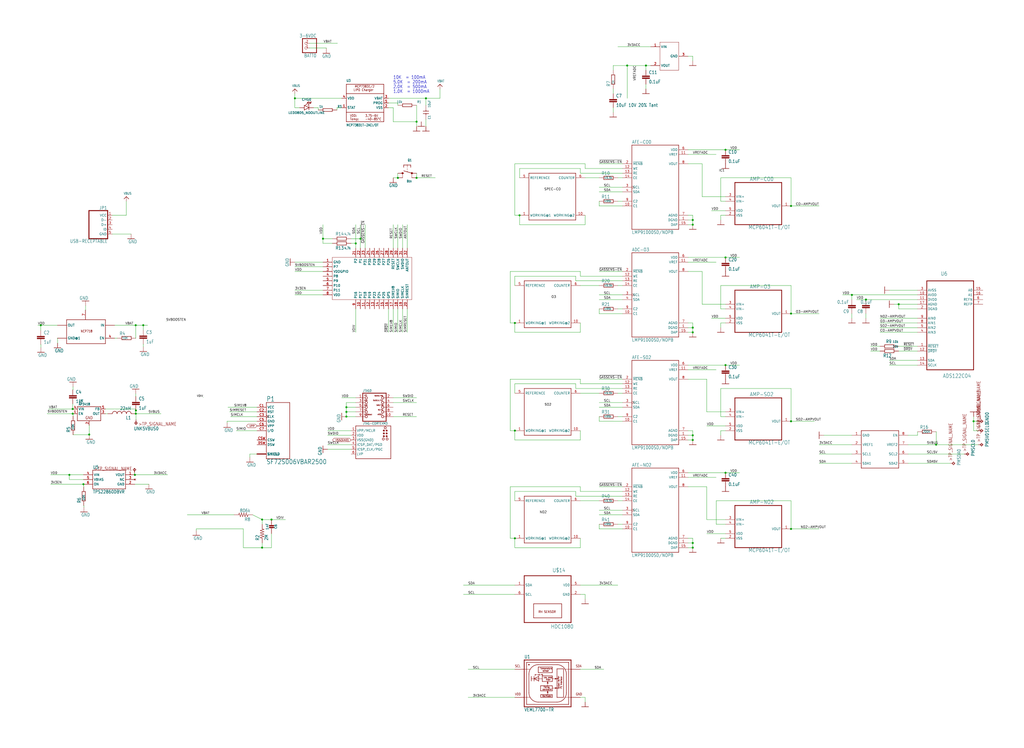
<source format=kicad_sch>
(kicad_sch (version 20211123) (generator eeschema)
  (paper "User" 555.676 406.044)
  (junction (at 393.7 256.54))
  (junction (at 142.24 281.94))
  (junction (at 375.92 121.92))
  (junction (at 350.52 35.56))
  (junction (at 375.92 297.18))
  (junction (at 187.96 223.52))
  (junction (at 77.74 176.48))
  (junction (at 48.42 235.8))
  (junction (at 73.68 224.46))
  (junction (at 187.96 226.06))
  (junction (at 22.14 176.48))
  (junction (at 281.94 116.84))
  (junction (at 39.45 221.94))
  (junction (at 160.02 53.34))
  (junction (at 195.58 129.54))
  (junction (at 528.32 228.6))
  (junction (at 147.32 281.94))
  (junction (at 393.7 198.12))
  (junction (at 487.68 165.1))
  (junction (at 429.26 228.6))
  (junction (at 193.04 132.08))
  (junction (at 469.9 162.56))
  (junction (at 39.45 224.48))
  (junction (at 375.92 119.38))
  (junction (at 73.74 222.76))
  (junction (at 187.96 220.98))
  (junction (at 226.06 96.52))
  (junction (at 375.92 238.76))
  (junction (at 340.36 35.56))
  (junction (at 73.64 176.48))
  (junction (at 215.9 96.52))
  (junction (at 393.7 139.7))
  (junction (at 375.92 180.34))
  (junction (at 375.92 236.22))
  (junction (at 279.4 292.1))
  (junction (at 375.92 294.64))
  (junction (at 429.26 111.76))
  (junction (at 429.26 170.18))
  (junction (at 508 241.3))
  (junction (at 231.14 53.34))
  (junction (at 175.26 129.54))
  (junction (at 73.2 257.68))
  (junction (at 37.64 257.68))
  (junction (at 375.92 177.8))
  (junction (at 462.28 160.02))
  (junction (at 226.06 66.04))
  (junction (at 279.4 175.26))
  (junction (at 429.26 287.02))
  (junction (at 45.26 262.76))
  (junction (at 393.7 81.28))
  (junction (at 279.4 233.68))
  (junction (at 142.24 297.18))
  (wire (pts (xy 73.62 213.68) (xy 73.62 215.14)))
  (wire (pts (xy 373.38 177.8) (xy 375.92 177.8)))
  (wire (pts (xy 160.02 58.42) (xy 160.02 53.34)))
  (wire (pts (xy 337.82 264.16) (xy 325.12 264.16)))
  (wire (pts (xy 373.38 88.9) (xy 381 88.9)))
  (wire (pts (xy 123.22 228.6) (xy 123.22 229.4)))
  (wire (pts (xy 139.46 246.38) (xy 135.62 246.38)))
  (wire (pts (xy 497.84 180.34) (xy 477.52 180.34)))
  (wire (pts (xy 226.06 57.15) (xy 226.06 66.04)))
  (wire (pts (xy 281.94 121.92) (xy 317.5 121.92)))
  (wire (pts (xy 276.86 264.16) (xy 276.86 292.1)))
  (wire (pts (xy 279.4 378.46) (xy 254 378.46)))
  (wire (pts (xy 325.12 287.02) (xy 337.82 287.02)))
  (wire (pts (xy 337.82 149.86) (xy 314.96 149.86)))
  (wire (pts (xy 73.64 183.48) (xy 73.64 176.48)))
  (wire (pts (xy 337.82 226.06) (xy 335.28 226.06)))
  (wire (pts (xy 39.54 211.54) (xy 39.62 211.54)))
  (wire (pts (xy 429.26 96.52) (xy 429.26 111.76)))
  (wire (pts (xy 508.06 234.28) (xy 508 234.28)))
  (wire (pts (xy 492.76 236.22) (xy 497.9 236.22)))
  (wire (pts (xy 497.84 160.02) (xy 462.28 160.02)))
  (wire (pts (xy 215.9 167.64) (xy 215.9 180.34)))
  (wire (pts (xy 62.22 176.48) (xy 73.64 176.48)))
  (wire (pts (xy 375.92 30.48) (xy 375.92 33.02)))
  (wire (pts (xy 393.7 81.28) (xy 401.32 81.28)))
  (wire (pts (xy 190.5 129.54) (xy 195.58 129.54)))
  (wire (pts (xy 492.76 246.38) (xy 523.24 246.38)))
  (wire (pts (xy 193.04 132.08) (xy 193.04 121.92)))
  (wire (pts (xy 279.4 266.7) (xy 279.4 271.78)))
  (wire (pts (xy 37.64 260.22) (xy 37.64 257.68)))
  (wire (pts (xy 215.9 55.88) (xy 215.9 57.15)))
  (wire (pts (xy 123.68 220.98) (xy 139.46 220.98)))
  (wire (pts (xy 373.38 180.34) (xy 375.92 180.34)))
  (wire (pts (xy 213.36 215.9) (xy 226.06 215.9)))
  (wire (pts (xy 226.06 96.52) (xy 236.22 96.52)))
  (wire (pts (xy 469.9 162.56) (xy 464.82 162.56)))
  (wire (pts (xy 337.82 147.32) (xy 325.12 147.32)))
  (wire (pts (xy 167.96 23.5) (xy 183.04 23.5)))
  (wire (pts (xy 393.7 167.64) (xy 391.16 167.64)))
  (wire (pts (xy 429.26 154.94) (xy 429.26 170.18)))
  (wire (pts (xy 48.34 230.83) (xy 48.42 230.83)))
  (wire (pts (xy 110.22 215.68) (xy 110.34 215.68)))
  (wire (pts (xy 101.6 279.4) (xy 127 279.4)))
  (wire (pts (xy 373.38 121.92) (xy 375.92 121.92)))
  (wire (pts (xy 492.76 241.3) (xy 508 241.3)))
  (wire (pts (xy 391.16 210.82) (xy 429.26 210.82)))
  (wire (pts (xy 381 88.9) (xy 381 106.68)))
  (wire (pts (xy 48.42 235.96) (xy 48.42 235.8)))
  (wire (pts (xy 373.38 139.7) (xy 393.7 139.7)))
  (wire (pts (xy 73.2 262.76) (xy 80.82 262.76)))
  (wire (pts (xy 39.45 221.94) (xy 26.54 221.94)))
  (wire (pts (xy 213.36 58.42) (xy 213.36 66.04)))
  (wire (pts (xy 22.22 186.96) (xy 22.22 188.6)))
  (wire (pts (xy 193.04 215.9) (xy 185.42 215.9)))
  (wire (pts (xy 128.22 233.68) (xy 139.46 233.68)))
  (wire (pts (xy 508 234.28) (xy 508 241.3)))
  (wire (pts (xy 137.16 279.4) (xy 142.24 281.94)))
  (wire (pts (xy 381 165.1) (xy 393.7 165.1)))
  (wire (pts (xy 281.94 91.44) (xy 281.94 96.52)))
  (wire (pts (xy 124.6 223.52) (xy 139.46 223.52)))
  (wire (pts (xy 147.32 297.18) (xy 147.32 289.56)))
  (wire (pts (xy 160.02 50.8) (xy 160.02 53.34)))
  (wire (pts (xy 337.82 93.98) (xy 314.96 93.98)))
  (wire (pts (xy 210.82 55.88) (xy 215.9 55.88)))
  (wire (pts (xy 337.82 101.6) (xy 325.12 101.6)))
  (wire (pts (xy 187.96 218.44) (xy 187.96 220.98)))
  (wire (pts (xy 135.62 246.38) (xy 135.62 248.2)))
  (wire (pts (xy 317.5 378.46) (xy 317.5 381)))
  (wire (pts (xy 373.38 205.74) (xy 383.54 205.74)))
  (wire (pts (xy 317.5 96.52) (xy 325.12 96.52)))
  (wire (pts (xy 375.92 233.68) (xy 375.92 236.22)))
  (wire (pts (xy 279.4 238.76) (xy 314.96 238.76)))
  (wire (pts (xy 68.58 116.84) (xy 68.58 109.22)))
  (wire (pts (xy 46.42 165.88) (xy 46.42 168.24)))
  (wire (pts (xy 325.12 213.36) (xy 314.96 213.36)))
  (wire (pts (xy 213.36 167.64) (xy 213.36 180.34)))
  (wire (pts (xy 429.26 210.82) (xy 429.26 228.6)))
  (wire (pts (xy 375.92 119.38) (xy 375.92 121.92)))
  (wire (pts (xy 335.28 271.78) (xy 337.82 271.78)))
  (wire (pts (xy 429.26 170.18) (xy 444.5 170.18)))
  (wire (pts (xy 373.38 233.68) (xy 375.92 233.68)))
  (wire (pts (xy 391.16 233.68) (xy 391.16 236.22)))
  (wire (pts (xy 193.04 134.62) (xy 193.04 132.08)))
  (wire (pts (xy 373.38 238.76) (xy 375.92 238.76)))
  (wire (pts (xy 125.14 226.06) (xy 139.46 226.06)))
  (wire (pts (xy 57.23 224.48) (xy 57.23 224.46)))
  (wire (pts (xy 45.44 274.36) (xy 45.56 274.36)))
  (wire (pts (xy 314.96 208.28) (xy 314.96 205.74)))
  (wire (pts (xy 45.26 260.22) (xy 37.64 260.22)))
  (wire (pts (xy 337.82 88.9) (xy 325.12 88.9)))
  (wire (pts (xy 279.4 233.68) (xy 279.4 238.76)))
  (wire (pts (xy 497.84 198.12) (xy 482.6 198.12)))
  (wire (pts (xy 325.12 228.6) (xy 337.82 228.6)))
  (wire (pts (xy 193.04 220.98) (xy 187.96 220.98)))
  (wire (pts (xy 142.24 281.94) (xy 142.24 284.48)))
  (wire (pts (xy 45.44 262.76) (xy 45.44 264.2)))
  (wire (pts (xy 210.82 167.64) (xy 210.82 180.34)))
  (wire (pts (xy 373.38 116.84) (xy 375.92 116.84)))
  (wire (pts (xy 142.24 281.94) (xy 147.32 281.94)))
  (wire (pts (xy 26.54 221.94) (xy 26.54 221.88)))
  (wire (pts (xy 388.62 142.24) (xy 373.38 142.24)))
  (wire (pts (xy 325.12 226.06) (xy 325.12 228.6)))
  (wire (pts (xy 373.38 147.32) (xy 381 147.32)))
  (wire (pts (xy 190.5 241.3) (xy 177.8 241.3)))
  (wire (pts (xy 383.54 281.94) (xy 393.7 281.94)))
  (wire (pts (xy 57.23 221.94) (xy 73.74 221.94)))
  (wire (pts (xy 381 147.32) (xy 381 165.1)))
  (wire (pts (xy 45.26 262.76) (xy 45.44 262.76)))
  (wire (pts (xy 497.84 195.58) (xy 482.6 195.58)))
  (wire (pts (xy 391.16 226.06) (xy 391.16 210.82)))
  (wire (pts (xy 391.16 116.84) (xy 393.7 116.84)))
  (wire (pts (xy 77.74 176.48) (xy 80.14 176.48)))
  (wire (pts (xy 39.45 224.48) (xy 25.74 224.48)))
  (wire (pts (xy 337.82 109.22) (xy 335.28 109.22)))
  (wire (pts (xy 350.52 45.72) (xy 350.52 48.26)))
  (wire (pts (xy 37.64 257.68) (xy 27.48 257.68)))
  (wire (pts (xy 497.84 167.64) (xy 487.68 167.64)))
  (wire (pts (xy 335.28 96.52) (xy 337.82 96.52)))
  (wire (pts (xy 281.94 116.84) (xy 281.94 121.92)))
  (wire (pts (xy 350.52 35.56) (xy 340.36 35.56)))
  (wire (pts (xy 317.5 322.58) (xy 317.5 325.12)))
  (wire (pts (xy 487.68 165.1) (xy 485.14 165.1)))
  (wire (pts (xy 187.96 226.06) (xy 193.04 226.06)))
  (wire (pts (xy 180.34 129.54) (xy 175.26 129.54)))
  (wire (pts (xy 312.42 210.82) (xy 312.42 208.28)))
  (wire (pts (xy 226.06 66.04) (xy 226.06 68.58)))
  (wire (pts (xy 337.82 220.98) (xy 325.12 220.98)))
  (wire (pts (xy 391.16 119.38) (xy 391.16 116.84)))
  (wire (pts (xy 373.38 294.64) (xy 375.92 294.64)))
  (wire (pts (xy 31.22 183.48) (xy 31.14 183.48)))
  (wire (pts (xy 213.36 96.52) (xy 215.9 96.52)))
  (wire (pts (xy 462.28 241.3) (xy 444.5 241.3)))
  (wire (pts (xy 373.38 292.1) (xy 375.92 292.1)))
  (wire (pts (xy 193.04 167.64) (xy 193.04 180.34)))
  (wire (pts (xy 210.82 58.42) (xy 213.36 58.42)))
  (wire (pts (xy 213.36 134.62) (xy 213.36 121.92)))
  (wire (pts (xy 279.4 363.22) (xy 254 363.22)))
  (wire (pts (xy 213.36 66.04) (xy 226.06 66.04)))
  (wire (pts (xy 391.16 175.26) (xy 393.7 175.26)))
  (wire (pts (xy 73.62 215.14) (xy 73.74 215.14)))
  (wire (pts (xy 508 241.3) (xy 530.86 241.3)))
  (wire (pts (xy 175.26 129.54) (xy 175.26 121.92)))
  (wire (pts (xy 314.96 317.5) (xy 335.28 317.5)))
  (wire (pts (xy 393.7 109.22) (xy 391.16 109.22)))
  (wire (pts (xy 147.32 281.94) (xy 154.94 281.94)))
  (wire (pts (xy 57.23 224.46) (xy 58.44 224.46)))
  (wire (pts (xy 391.16 177.8) (xy 391.16 175.26)))
  (wire (pts (xy 39.64 235.96) (xy 48.42 235.96)))
  (wire (pts (xy 279.4 116.84) (xy 281.94 116.84)))
  (wire (pts (xy 220.98 134.62) (xy 220.98 121.92)))
  (wire (pts (xy 182.88 59.69) (xy 182.88 58.42)))
  (wire (pts (xy 22.14 186.96) (xy 22.22 186.96)))
  (wire (pts (xy 314.96 149.86) (xy 314.96 147.32)))
  (wire (pts (xy 388.62 200.66) (xy 373.38 200.66)))
  (wire (pts (xy 429.26 111.76) (xy 444.5 111.76)))
  (wire (pts (xy 314.96 180.34) (xy 314.96 175.26)))
  (wire (pts (xy 279.4 297.18) (xy 314.96 297.18)))
  (wire (pts (xy 279.4 149.86) (xy 279.4 154.94)))
  (wire (pts (xy 48.42 230.83) (xy 48.42 235.8)))
  (wire (pts (xy 314.96 322.58) (xy 317.5 322.58)))
  (wire (pts (xy 314.96 378.46) (xy 317.5 378.46)))
  (wire (pts (xy 22.14 176.48) (xy 20.54 176.48)))
  (wire (pts (xy 462.28 246.38) (xy 444.5 246.38)))
  (wire (pts (xy 314.96 264.16) (xy 276.86 264.16)))
  (wire (pts (xy 373.38 81.28) (xy 393.7 81.28)))
  (wire (pts (xy 39.54 221.94) (xy 39.54 219.16)))
  (wire (pts (xy 388.62 284.48) (xy 393.7 284.48)))
  (wire (pts (xy 226.06 96.52) (xy 226.06 93.98)))
  (wire (pts (xy 190.5 243.84) (xy 177.8 243.84)))
  (wire (pts (xy 469.9 170.18) (xy 469.9 172.72)))
  (wire (pts (xy 325.12 167.64) (xy 325.12 170.18)))
  (wire (pts (xy 46.42 168.24) (xy 46.38 168.24)))
  (wire (pts (xy 497.84 165.1) (xy 487.68 165.1)))
  (wire (pts (xy 312.42 269.24) (xy 312.42 266.7)))
  (wire (pts (xy 393.7 226.06) (xy 391.16 226.06)))
  (wire (pts (xy 337.82 152.4) (xy 312.42 152.4)))
  (wire (pts (xy 388.62 259.08) (xy 373.38 259.08)))
  (wire (pts (xy 25.74 224.48) (xy 25.74 224.28)))
  (wire (pts (xy 332.74 38.1) (xy 332.74 35.56)))
  (wire (pts (xy 160.02 53.34) (xy 185.42 53.34)))
  (wire (pts (xy 279.4 180.34) (xy 314.96 180.34)))
  (wire (pts (xy 187.96 220.98) (xy 187.96 223.52)))
  (wire (pts (xy 231.14 57.15) (xy 231.14 53.34)))
  (wire (pts (xy 350.52 38.1) (xy 350.52 35.56)))
  (wire (pts (xy 142.24 294.64) (xy 142.24 297.18)))
  (wire (pts (xy 381 106.68) (xy 393.7 106.68)))
  (wire (pts (xy 391.16 109.22) (xy 391.16 96.52)))
  (wire (pts (xy 497.84 190.5) (xy 487.68 190.5)))
  (wire (pts (xy 375.92 175.26) (xy 375.92 177.8)))
  (wire (pts (xy 332.74 58.42) (xy 332.74 60.96)))
  (wire (pts (xy 497.9 236.22) (xy 497.9 234.28)))
  (wire (pts (xy 73 257.68) (xy 73 256.68)))
  (wire (pts (xy 325.12 111.76) (xy 337.82 111.76)))
  (wire (pts (xy 477.52 190.5) (xy 472.44 190.5)))
  (wire (pts (xy 62.22 183.48) (xy 63.56 183.48)))
  (wire (pts (xy 391.16 154.94) (xy 429.26 154.94)))
  (wire (pts (xy 337.82 284.48) (xy 335.28 284.48)))
  (wire (pts (xy 447.04 236.22) (xy 462.28 236.22)))
  (wire (pts (xy 215.9 134.62) (xy 215.9 121.92)))
  (wire (pts (xy 312.42 208.28) (xy 279.4 208.28)))
  (wire (pts (xy 77.74 186.76) (xy 77.82 186.76)))
  (wire (pts (xy 190.5 132.08) (xy 193.04 132.08)))
  (wire (pts (xy 175.26 144.78) (xy 160.02 144.78)))
  (wire (pts (xy 373.38 119.38) (xy 375.92 119.38)))
  (wire (pts (xy 373.38 236.22) (xy 375.92 236.22)))
  (wire (pts (xy 383.54 205.74) (xy 383.54 223.52)))
  (wire (pts (xy 73.68 224.46) (xy 87.34 224.46)))
  (wire (pts (xy 337.82 266.7) (xy 314.96 266.7)))
  (wire (pts (xy 106.52 287.02) (xy 106.52 287.96)))
  (wire (pts (xy 276.86 205.74) (xy 276.86 233.68)))
  (wire (pts (xy 231.14 53.34) (xy 210.82 53.34)))
  (wire (pts (xy 393.7 198.12) (xy 401.32 198.12)))
  (wire (pts (xy 180.34 132.08) (xy 175.26 132.08)))
  (wire (pts (xy 39.45 221.94) (xy 39.54 221.94)))
  (wire (pts (xy 314.96 147.32) (xy 276.86 147.32)))
  (wire (pts (xy 340.36 35.56) (xy 340.36 53.34)))
  (wire (pts (xy 183.04 23.5) (xy 183.04 23.4)))
  (wire (pts (xy 337.82 160.02) (xy 325.12 160.02)))
  (wire (pts (xy 220.98 167.64) (xy 220.98 180.34)))
  (wire (pts (xy 317.5 91.44) (xy 317.5 88.9)))
  (wire (pts (xy 388.62 83.82) (xy 373.38 83.82)))
  (wire (pts (xy 73.74 221.94) (xy 73.74 222.76)))
  (wire (pts (xy 393.7 114.3) (xy 386.08 114.3)))
  (wire (pts (xy 325.12 109.22) (xy 325.12 111.76)))
  (wire (pts (xy 393.7 231.14) (xy 383.54 231.14)))
  (wire (pts (xy 528.32 228.6) (xy 528.32 226.06)))
  (wire (pts (xy 314.96 205.74) (xy 276.86 205.74)))
  (wire (pts (xy 393.7 292.1) (xy 391.16 292.1)))
  (wire (pts (xy 530.86 228.6) (xy 528.32 228.6)))
  (wire (pts (xy 497.84 162.56) (xy 469.9 162.56)))
  (wire (pts (xy 337.82 91.44) (xy 317.5 91.44)))
  (wire (pts (xy 373.38 256.54) (xy 393.7 256.54)))
  (wire (pts (xy 45.26 257.68) (xy 37.64 257.68)))
  (wire (pts (xy 190.5 233.68) (xy 177.8 233.68)))
  (wire (pts (xy 314.96 91.44) (xy 281.94 91.44)))
  (wire (pts (xy 142.24 297.18) (xy 132.08 297.18)))
  (wire (pts (xy 90.14 174.54) (xy 90.14 174.48)))
  (wire (pts (xy 353.06 35.56) (xy 350.52 35.56)))
  (wire (pts (xy 279.4 88.9) (xy 279.4 116.84)))
  (wire (pts (xy 190.5 236.22) (xy 177.8 236.22)))
  (wire (pts (xy 373.38 198.12) (xy 393.7 198.12)))
  (wire (pts (xy 429.26 228.6) (xy 441.96 228.6)))
  (wire (pts (xy 314.96 271.78) (xy 325.12 271.78)))
  (wire (pts (xy 77.82 186.76) (xy 77.82 188.2)))
  (wire (pts (xy 73.68 224.46) (xy 73.68 222.76)))
  (wire (pts (xy 279.4 175.26) (xy 279.4 180.34)))
  (wire (pts (xy 132.08 297.18) (xy 132.08 287.02)))
  (wire (pts (xy 167.96 26.04) (xy 177.12 26.04)))
  (wire (pts (xy 325.12 170.18) (xy 337.82 170.18)))
  (wire (pts (xy 340.36 35.56) (xy 332.74 35.56)))
  (wire (pts (xy 462.28 162.56) (xy 462.28 160.02)))
  (wire (pts (xy 73.8 227.8) (xy 73.8 224.46)))
  (wire (pts (xy 375.92 236.22) (xy 375.92 238.76)))
  (wire (pts (xy 497.84 175.26) (xy 477.52 175.26)))
  (wire (pts (xy 106.52 287.02) (xy 132.08 287.02)))
  (wire (pts (xy 393.7 139.7) (xy 401.32 139.7)))
  (wire (pts (xy 198.12 134.62) (xy 198.12 121.92)))
  (wire (pts (xy 393.7 172.72) (xy 386.08 172.72)))
  (wire (pts (xy 195.58 134.62) (xy 195.58 129.54)))
  (wire (pts (xy 337.82 104.14) (xy 325.12 104.14)))
  (wire (pts (xy 187.96 223.52) (xy 187.96 226.06)))
  (wire (pts (xy 388.62 271.78) (xy 388.62 284.48)))
  (wire (pts (xy 337.82 205.74) (xy 325.12 205.74)))
  (wire (pts (xy 373.38 175.26) (xy 375.92 175.26)))
  (wire (pts (xy 60.96 127) (xy 71.12 127)))
  (wire (pts (xy 312.42 149.86) (xy 279.4 149.86)))
  (wire (pts (xy 393.7 256.54) (xy 401.32 256.54)))
  (wire (pts (xy 87.34 224.46) (xy 87.34 224.48)))
  (wire (pts (xy 497.84 172.72) (xy 477.52 172.72)))
  (wire (pts (xy 314.96 363.22) (xy 327.66 363.22)))
  (wire (pts (xy 337.82 167.64) (xy 335.28 167.64)))
  (wire (pts (xy 393.7 233.68) (xy 391.16 233.68)))
  (wire (pts (xy 337.82 210.82) (xy 312.42 210.82)))
  (wire (pts (xy 317.5 88.9) (xy 279.4 88.9)))
  (wire (pts (xy 231.14 53.34) (xy 238.76 53.34)))
  (wire (pts (xy 218.44 134.62) (xy 218.44 121.92)))
  (wire (pts (xy 314.96 297.18) (xy 314.96 292.1)))
  (wire (pts (xy 73.68 222.76) (xy 73.74 222.76)))
  (wire (pts (xy 238.76 48.26) (xy 238.76 53.34)))
  (wire (pts (xy 279.4 322.58) (xy 251.46 322.58)))
  (wire (pts (xy 337.82 218.44) (xy 325.12 218.44)))
  (wire (pts (xy 175.26 132.08) (xy 175.26 129.54)))
  (wire (pts (xy 391.16 167.64) (xy 391.16 154.94)))
  (wire (pts (xy 231.14 64.77) (xy 231.14 68.58)))
  (wire (pts (xy 213.36 226.06) (xy 226.06 226.06)))
  (wire (pts (xy 77.74 179.14) (xy 77.74 176.48)))
  (wire (pts (xy 147.32 297.18) (xy 142.24 297.18)))
  (wire (pts (xy 373.38 30.48) (xy 375.92 30.48)))
  (wire (pts (xy 335.28 154.94) (xy 337.82 154.94)))
  (wire (pts (xy 429.26 287.02) (xy 444.5 287.02)))
  (wire (pts (xy 314.96 266.7) (xy 314.96 264.16)))
  (wire (pts (xy 175.26 157.48) (xy 160.02 157.48)))
  (wire (pts (xy 337.82 162.56) (xy 325.12 162.56)))
  (wire (pts (xy 195.58 129.54) (xy 195.58 121.92)))
  (wire (pts (xy 312.42 266.7) (xy 279.4 266.7)))
  (wire (pts (xy 337.82 279.4) (xy 325.12 279.4)))
  (wire (pts (xy 353.06 25.4) (xy 335.28 25.4)))
  (wire (pts (xy 375.92 177.8) (xy 375.92 180.34)))
  (wire (pts (xy 39.62 211.54) (xy 39.62 209.88)))
  (wire (pts (xy 31.14 176.48) (xy 22.14 176.48)))
  (wire (pts (xy 314.96 93.98) (xy 314.96 91.44)))
  (wire (pts (xy 492.76 251.46) (xy 515.62 251.46)))
  (wire (pts (xy 215.9 93.98) (xy 215.9 96.52)))
  (wire (pts (xy 162.56 58.42) (xy 160.02 58.42)))
  (wire (pts (xy 375.92 294.64) (xy 375.92 297.18)))
  (wire (pts (xy 276.86 175.26) (xy 279.4 175.26)))
  (wire (pts (xy 462.28 160.02) (xy 457.2 160.02)))
  (wire (pts (xy 337.82 208.28) (xy 314.96 208.28)))
  (wire (pts (xy 73.64 176.48) (xy 77.74 176.48)))
  (wire (pts (xy 276.86 292.1) (xy 279.4 292.1)))
  (wire (pts (xy 462.28 251.46) (xy 444.5 251.46)))
  (wire (pts (xy 312.42 152.4) (xy 312.42 149.86)))
  (wire (pts (xy 279.4 317.5) (xy 251.46 317.5)))
  (wire (pts (xy 391.16 96.52) (xy 429.26 96.52)))
  (wire (pts (xy 39.64 225.8) (xy 39.64 224.48)))
  (wire (pts (xy 373.38 264.16) (xy 383.54 264.16)))
  (wire (pts (xy 193.04 223.52) (xy 187.96 223.52)))
  (wire (pts (xy 175.26 147.32) (xy 160.02 147.32)))
  (wire (pts (xy 170.18 58.42) (xy 172.72 58.42)))
  (wire (pts (xy 337.82 269.24) (xy 312.42 269.24)))
  (wire (pts (xy 279.4 292.1) (xy 279.4 297.18)))
  (wire (pts (xy 68.58 116.84) (xy 60.96 116.84)))
  (wire (pts (xy 462.28 170.18) (xy 462.28 172.72)))
  (wire (pts (xy 314.96 154.94) (xy 325.12 154.94)))
  (wire (pts (xy 383.54 264.16) (xy 383.54 281.94)))
  (wire (pts (xy 276.86 233.68) (xy 279.4 233.68)))
  (wire (pts (xy 31.22 186.2) (xy 31.22 183.48)))
  (wire (pts (xy 172.72 59.69) (xy 172.72 58.42)))
  (wire (pts (xy 383.54 223.52) (xy 393.7 223.52)))
  (wire (pts (xy 177.12 26.04) (xy 177.12 26.36)))
  (wire (pts (xy 375.92 292.1) (xy 375.92 294.64)))
  (wire (pts (xy 528.32 233.68) (xy 528.32 228.6)))
  (wire (pts (xy 175.26 142.24) (xy 160.02 142.24)))
  (wire (pts (xy 39.64 224.48) (xy 39.45 224.48)))
  (wire (pts (xy 45.56 274.36) (xy 45.56 275.26)))
  (wire (pts (xy 22.14 179.34) (xy 22.14 176.48)))
  (wire (pts (xy 317.5 121.92) (xy 317.5 116.84)))
  (wire (pts (xy 73.72 183.48) (xy 73.64 183.48)))
  (wire (pts (xy 429.26 271.78) (xy 429.26 287.02)))
  (wire (pts (xy 218.44 167.64) (xy 218.44 180.34)))
  (wire (pts (xy 139.46 228.6) (xy 123.22 228.6)))
  (wire (pts (xy 325.12 284.48) (xy 325.12 287.02)))
  (wire (pts (xy 182.88 58.42) (xy 185.42 58.42)))
  (wire (pts (xy 497.84 187.96) (xy 487.68 187.96)))
  (wire (pts (xy 373.38 297.18) (xy 375.92 297.18)))
  (wire (pts (xy 73.2 257.68) (xy 73 257.68)))
  (wire (pts (xy 332.74 50.8) (xy 332.74 48.26)))
  (wire (pts (xy 27.48 262.76) (xy 45.26 262.76)))
  (wire (pts (xy 477.52 187.96) (xy 472.44 187.96)))
  (wire (pts (xy 193.04 218.44) (xy 187.96 218.44)))
  (wire (pts (xy 73.2 257.68) (xy 90.98 257.68)))
  (wire (pts (xy 497.84 177.8) (xy 477.52 177.8)))
  (wire (pts (xy 314.96 238.76) (xy 314.96 233.68)))
  (wire (pts (xy 497.84 157.48) (xy 482.6 157.48)))
  (wire (pts (xy 279.4 208.28) (xy 279.4 213.36)))
  (wire (pts (xy 337.82 276.86) (xy 325.12 276.86)))
  (wire (pts (xy 393.7 289.56) (xy 383.54 289.56)))
  (wire (pts (xy 530.86 233.68) (xy 528.32 233.68)))
  (wire (pts (xy 276.86 147.32) (xy 276.86 175.26)))
  (wire (pts (xy 375.92 116.84) (xy 375.92 119.38)))
  (wire (pts (xy 175.26 160.02) (xy 160.02 160.02)))
  (wire (pts (xy 335.28 213.36) (xy 337.82 213.36)))
  (wire (pts (xy 487.68 167.64) (xy 487.68 165.1)))
  (wire (pts (xy 388.62 271.78) (xy 429.26 271.78)))
  (wire (pts (xy 213.36 218.44) (xy 226.06 218.44)))
  (text "10K  = 100mA" (at 213.36 43.18 180) (effects (font (size 1.778 1.5113)) (justify left bottom)))
  (text "2.0K  = 500mA" (at 213.36 48.26 180) (effects (font (size 1.778 1.5113)) (justify left bottom)))
  (text "5.0K  = 200mA" (at 213.36 45.72 180) (effects (font (size 1.778 1.5113)) (justify left bottom)))
  (text "1.0K  = 1000mA" (at 213.36 50.8 180) (effects (font (size 1.778 1.5113)) (justify left bottom)))
  (label "5VBOOSTEN" (at 160.02 144.78 0) (effects (font (size 1.2446 1.2446))))
  (label "SO2-AMPVOUT" (at 477.52 177.8 0) (effects (font (size 1.2446 1.2446))))
  (label "VDD" (at 20.54 176.48 0) (effects (font (size 1.2446 1.2446))))
  (label "~{DRDY}" (at 490.22 190.5 0) (effects (font (size 1.2446 1.2446))))
  (label "VDD" (at 396.24 139.7 0) (effects (font (size 1.2446 1.2446))))
  (label "3V3ACC" (at 444.5 241.3 0) (effects (font (size 1.2446 1.2446))))
  (label "~{RESET}" (at 490.22 187.96 0) (effects (font (size 1.2446 1.2446))))
  (label "VREFADC" (at 375.92 83.82 0) (effects (font (size 1.2446 1.2446))))
  (label "VDD" (at 472.44 190.5 0) (effects (font (size 1.2446 1.2446))))
  (label "O3" (at 301.84 162.08 180) (effects (font (size 1.2446 1.2446))))
  (label "SDA" (at 327.66 104.14 0) (effects (font (size 1.2446 1.2446))))
  (label "SDA" (at 444.5 251.46 0) (effects (font (size 1.2446 1.2446))))
  (label "VDD" (at 386.08 172.72 0) (effects (font (size 1.2446 1.2446))))
  (label "~{GASSENS-EN}" (at 325.12 205.74 0) (effects (font (size 1.2446 1.2446))))
  (label "3V3ACC" (at 325.12 317.5 0) (effects (font (size 1.2446 1.2446))))
  (label "NO2-AMPVOUT" (at 477.52 172.72 0) (effects (font (size 1.2446 1.2446))))
  (label "O3-AMPVOUT" (at 477.52 175.26 0) (effects (font (size 1.2446 1.2446))))
  (label "VDD" (at 396.24 256.54 0) (effects (font (size 1.2446 1.2446))))
  (label "SCL" (at 254 322.58 0) (effects (font (size 1.2446 1.2446))))
  (label "SDA" (at 482.6 195.58 0) (effects (font (size 1.2446 1.2446))))
  (label "SWCLK" (at 218.44 218.44 0) (effects (font (size 1.2446 1.2446))))
  (label "SO2-AMPVOUT" (at 431.8 228.6 0) (effects (font (size 1.2446 1.2446))))
  (label "SIMRESET" (at 124.6 223.52 0) (effects (font (size 1.2446 1.2446))))
  (label "SCL" (at 327.66 101.6 0) (effects (font (size 1.2446 1.2446))))
  (label "SPEC-CO" (at 304.38 103.66 180) (effects (font (size 1.2446 1.2446))))
  (label "CO-AMPVOUT" (at 431.8 111.76 0) (effects (font (size 1.2446 1.2446))))
  (label "SDA" (at 254 317.5 0) (effects (font (size 1.2446 1.2446))))
  (label "VDD" (at 160.02 160.02 0) (effects (font (size 1.2446 1.2446))))
  (label "RESET" (at 213.36 129.54 90) (effects (font (size 1.2446 1.2446))))
  (label "ANTOUT" (at 220.98 129.54 90) (effects (font (size 1.2446 1.2446))))
  (label "VDD" (at 383.54 231.14 0) (effects (font (size 1.2446 1.2446))))
  (label "SCL" (at 327.66 276.86 0) (effects (font (size 1.2446 1.2446))))
  (label "SCL5V" (at 502.92 246.38 0) (effects (font (size 1.2446 1.2446))))
  (label "VDD" (at 386.08 114.3 0) (effects (font (size 1.2446 1.2446))))
  (label "SCL" (at 256.54 363.22 0) (effects (font (size 1.2446 1.2446))))
  (label "RESET" (at 228.6 96.52 0) (effects (font (size 1.2446 1.2446))))
  (label "NO2" (at 296.76 278.92 180) (effects (font (size 1.2446 1.2446))))
  (label "VDIV" (at 149.86 281.94 0) (effects (font (size 1.2446 1.2446))))
  (label "VBAT" (at 67.93 176.48 0) (effects (font (size 1.2446 1.2446))))
  (label "VREFADC" (at 375.92 200.66 0) (effects (font (size 1.2446 1.2446))))
  (label "VBAT" (at 175.5 23.5 0) (effects (font (size 1.2446 1.2446))))
  (label "SDA5V" (at 502.92 251.46 0) (effects (font (size 1.2446 1.2446))))
  (label "~{DRDY}" (at 210.82 180.34 90) (effects (font (size 1.2446 1.2446))))
  (label "VDD" (at 396.24 198.12 0) (effects (font (size 1.2446 1.2446))))
  (label "SO2" (at 299.3 220.5 180) (effects (font (size 1.2446 1.2446))))
  (label "5VBOOSTEN" (at 25.74 224.28 0) (effects (font (size 1.2446 1.2446))))
  (label "RESET" (at 218.44 226.06 0) (effects (font (size 1.2446 1.2446))))
  (label "SWCLK" (at 215.9 129.54 90) (effects (font (size 1.2446 1.2446))))
  (label "3V3ACC" (at 340.36 25.4 0) (effects (font (size 1.2446 1.2446))))
  (label "5VBUS" (at 80.51 224.46 0) (effects (font (size 1.2446 1.2446))))
  (label "3V3ACC" (at 256.54 378.46 0) (effects (font (size 1.2446 1.2446))))
  (label "VREFADC" (at 345.44 35.56 270) (effects (font (size 1.2446 1.2446))))
  (label "VDD" (at 457.2 160.02 0) (effects (font (size 1.2446 1.2446))))
  (label "SCL" (at 327.66 218.44 0) (effects (font (size 1.2446 1.2446))))
  (label "3V3EN" (at 27.48 262.76 0) (effects (font (size 1.2446 1.2446))))
  (label "VDD" (at 396.24 81.28 0) (effects (font (size 1.2446 1.2446))))
  (label "VDD" (at 383.54 289.56 0) (effects (font (size 1.2446 1.2446))))
  (label "VBAT" (at 109.22 279.4 0) (effects (font (size 1.2446 1.2446))))
  (label "VDD" (at 27.48 257.68 0) (effects (font (size 1.2446 1.2446))))
  (label "SDA" (at 327.66 162.56 0) (effects (font (size 1.2446 1.2446))))
  (label "O3-AMPVOUT" (at 431.8 170.18 0) (effects (font (size 1.2446 1.2446))))
  (label "SDA" (at 327.66 279.4 0) (effects (font (size 1.2446 1.2446))))
  (label "3V3ACC" (at 83.36 257.68 0) (effects (font (size 1.2446 1.2446))))
  (label "VDD" (at 472.44 187.96 0) (effects (font (size 1.2446 1.2446))))
  (label "IC1" (at 393.28 93.5 180) (effects (font (size 1.2446 1.2446))))
  (label "SIM1V8" (at 213.36 180.34 90) (effects (font (size 1.2446 1.2446))))
  (label "SWDIO" (at 177.8 236.22 0) (effects (font (size 1.2446 1.2446))))
  (label "~{GASSENS-EN}" (at 198.12 132.08 90) (effects (font (size 1.2446 1.2446))))
  (label "VREFADC" (at 375.92 142.24 0) (effects (font (size 1.2446 1.2446))))
  (label "5VBOOSTEN" (at 90.14 174.48 0) (effects (font (size 1.2446 1.2446))))
  (label "VDIV" (at 110.22 215.68 180) (effects (font (size 1.016 1.016))))
  (label "SCL" (at 195.58 127 90) (effects (font (size 1.2446 1.2446))))
  (label "SCL" (at 444.5 246.38 0) (effects (font (size 1.2446 1.2446))))
  (label "SDA" (at 327.66 220.98 0) (effects (font (size 1.2446 1.2446))))
  (label "SCL" (at 482.6 198.12 0) (effects (font (size 1.2446 1.2446))))
  (label "VDD" (at 464.82 162.56 0) (effects (font (size 1.2446 1.2446))))
  (label "SIM1V8" (at 127 220.98 0) (effects (font (size 1.2446 1.2446))))
  (label "~{GASSENS-EN}" (at 325.12 147.32 0) (effects (font (size 1.2446 1.2446))))
  (label "3V3EN" (at 160.02 157.48 0) (effects (font (size 1.2446 1.2446))))
  (label "SIMCLK" (at 125.14 226.06 0) (effects (font (size 1.2446 1.2446))))
  (label "SDA" (at 322.58 363.22 0) (effects (font (size 1.2446 1.2446))))
  (label "CO-AMPVOUT" (at 477.52 180.34 0) (effects (font (size 1.2446 1.2446))))
  (label "SWDIO" (at 218.44 129.54 90) (effects (font (size 1.2446 1.2446))))
  (label "VDD" (at 175.26 127 90) (effects (font (size 1.2446 1.2446))))
  (label "NO2-AMPVOUT" (at 434.34 287.02 0) (effects (font (size 1.2446 1.2446))))
  (label "VDD" (at 160.02 147.32 0) (effects (font (size 1.2446 1.2446))))
  (label "5VBUS" (at 502.92 241.3 0) (effects (font (size 1.2446 1.2446))))
  (label "SWCLK" (at 177.8 241.3 0) (effects (font (size 1.2446 1.2446))))
  (label "SIMIO" (at 128.22 233.68 0) (effects (font (size 1.2446 1.2446))))
  (label "SIMIO" (at 215.9 180.34 90) (effects (font (size 1.2446 1.2446))))
  (label "SIMCLK" (at 218.44 180.34 90) (effects (font (size 1.2446 1.2446))))
  (label "SWDIO" (at 218.44 215.9 0) (effects (font (size 1.2446 1.2446))))
  (label "VREFADC" (at 375.92 259.08 0) (effects (font (size 1.2446 1.2446))))
  (label "VDIV" (at 193.04 180.34 90) (effects (font (size 1.2446 1.2446))))
  (label "SIMRESET" (at 220.98 180.34 90) (effects (font (size 1.2446 1.2446))))
  (label "VDD" (at 185.42 215.9 0) (effects (font (size 1.2446 1.2446))))
  (label "SCL" (at 327.66 160.02 0) (effects (font (size 1.2446 1.2446))))
  (label "SDA" (at 193.04 127 90) (effects (font (size 1.2446 1.2446))))
  (label "VDD" (at 177.8 233.68 0) (effects (font (size 1.2446 1.2446))))
  (label "~{GASSENS-EN}" (at 325.12 88.9 0) (effects (font (size 1.2446 1.2446))))
  (label "VBAT" (at 26.54 221.94 0) (effects (font (size 1.2446 1.2446))))
  (label "~{GASSENS-EN}" (at 325.12 264.16 0) (effects (font (size 1.2446 1.2446))))
  (global_label "VSS(GND)" (shape bidirectional) (at 190.5 238.76 180) (effects (font (size 1.016 1.016))) (property "Intersheet References" "${INTERSHEET_REFS}" (effects hide)))
  (global_label "VPP" (shape bidirectional) (at 139.46 231.14 180) (effects (font (size 1.016 1.016))) (property "Intersheet References" "${INTERSHEET_REFS}" (effects hide)))
  (symbol (lib_id "EcobitNRF9160 EV3-eagle-import:CAPACITOR_0603_N") (at 393.7 200.66 0) (unit 1)
    (property "Reference" "C30" (at 395.224 200.279 0) (effects (font (size 1.778 1.5113)) (justify left bottom)))
    (property "Value" "0.1uF" (at 395.224 205.359 0) (effects (font (size 1.778 1.5113)) (justify left bottom)))
    (property "Footprint" "EcobitNRF9160 EV3:RESC0603_N" (effects hide))
  )
  (symbol (lib_id "EcobitNRF9160 EV3-eagle-import:NRF9160MODULE") (at 203.2 152.4 0) (unit 1)
    (property "Reference" "U$35" (effects hide))
    (property "Value" "NRF9160MODULE" (effects hide))
    (property "Footprint" "EcobitNRF9160 EV3:NRF9160CASTALLATEDMODULE" (effects hide))
  )
  (symbol (lib_id "EcobitNRF9160 EV3-eagle-import:GND") (at 175.26 243.84 270) (unit 1)
    (property "Reference" "#GND8" (effects hide))
    (property "Value" "GND" (at 172.72 242.316 0) (effects (font (size 1.778 1.5113)) (justify left bottom)))
    (property "Footprint" "EcobitNRF9160 EV3:" (effects hide))
  )
  (symbol (lib_id "EcobitNRF9160 EV3-eagle-import:LMP91000SD{slash}NOPB") (at 355.6 218.44 0) (unit 1)
    (property "Reference" "AFE-SO2" (at 342.8758 194.9002 0) (effects (font (size 1.7813 1.5141)) (justify left bottom)))
    (property "Value" "LMP91000SD{slash}NOPB" (at 342.8946 243.8508 0) (effects (font (size 1.7787 1.5118)) (justify left bottom)))
    (property "Footprint" "EcobitNRF9160 EV3:SON50P400X400X80-15N" (effects hide))
  )
  (symbol (lib_id "EcobitNRF9160 EV3-eagle-import:RESISTOR_0603_N") (at 482.6 190.5 180) (unit 1)
    (property "Reference" "R12" (at 483.87 191.9986 0) (effects (font (size 1.778 1.5113)) (justify left bottom)))
    (property "Value" "10k" (at 487.553 187.325 0) (effects (font (size 1.27 1.0795)) (justify left bottom)))
    (property "Footprint" "EcobitNRF9160 EV3:RESC0603_N" (effects hide))
  )
  (symbol (lib_id "EcobitNRF9160 EV3-eagle-import:GND") (at 375.92 35.56 0) (unit 1)
    (property "Reference" "#U$20" (effects hide))
    (property "Value" "GND" (effects hide))
    (property "Footprint" "EcobitNRF9160 EV3:" (effects hide))
  )
  (symbol (lib_id "EcobitNRF9160 EV3-eagle-import:RESR0402") (at 220.98 57.15 180) (unit 1)
    (property "Reference" "R1" (at 228.6 54.61 0) (effects (font (size 1.27 1.0795)) (justify left bottom)))
    (property "Value" "10k" (at 218.44 54.61 0) (effects (font (size 1.27 1.0795)) (justify left bottom)))
    (property "Footprint" "EcobitNRF9160 EV3:R0402" (effects hide))
  )
  (symbol (lib_id "EcobitNRF9160 EV3-eagle-import:SPECSENSOR") (at 297.18 281.94 0) (unit 1)
    (property "Reference" "SENS-NO2" (effects hide))
    (property "Value" "SPECSENSOR" (effects hide))
    (property "Footprint" "EcobitNRF9160 EV3:SPECSENSOR" (effects hide))
  )
  (symbol (lib_id "EcobitNRF9160 EV3-eagle-import:VBUS") (at 160.02 48.26 0) (unit 1)
    (property "Reference" "#U$38" (effects hide))
    (property "Value" "VBUS" (at 158.496 47.244 0) (effects (font (size 1.27 1.0795)) (justify left bottom)))
    (property "Footprint" "EcobitNRF9160 EV3:" (effects hide))
  )
  (symbol (lib_id "EcobitNRF9160 EV3-eagle-import:RESISTOR_0402_N") (at 39.64 230.88 90) (unit 1)
    (property "Reference" "R5" (at 38.1414 234.69 0) (effects (font (size 1.778 1.5113)) (justify left bottom)))
    (property "Value" "10K" (at 40.275 233.293 0) (effects (font (size 1.27 1.0795)) (justify left bottom)))
    (property "Footprint" "EcobitNRF9160 EV3:RESC0402_N" (effects hide))
  )
  (symbol (lib_id "EcobitNRF9160 EV3-eagle-import:ISL60002DIH320Z-TK") (at 363.22 30.48 0) (unit 1)
    (property "Reference" "IC1" (effects hide))
    (property "Value" "ISL60002DIH320Z-TK" (effects hide))
    (property "Footprint" "EcobitNRF9160 EV3:SOT-23-3" (effects hide))
  )
  (symbol (lib_id "EcobitNRF9160 EV3-eagle-import:GND") (at 71.12 129.54 0) (unit 1)
    (property "Reference" "#U$19" (effects hide))
    (property "Value" "GND" (at 69.596 132.08 0) (effects (font (size 1.778 1.5113)) (justify left bottom)))
    (property "Footprint" "EcobitNRF9160 EV3:" (effects hide))
  )
  (symbol (lib_id "EcobitNRF9160 EV3-eagle-import:R-US_R0603") (at 132.08 279.4 180) (unit 1)
    (property "Reference" "R8" (at 135.89 280.8986 0) (effects (font (size 1.778 1.5113)) (justify left bottom)))
    (property "Value" "806k" (at 135.89 276.098 0) (effects (font (size 1.778 1.5113)) (justify left bottom)))
    (property "Footprint" "EcobitNRF9160 EV3:R0603" (effects hide))
  )
  (symbol (lib_id "EcobitNRF9160 EV3-eagle-import:SPECSENSOR") (at 297.18 223.52 0) (unit 1)
    (property "Reference" "SENS-SO2" (effects hide))
    (property "Value" "SPECSENSOR" (effects hide))
    (property "Footprint" "EcobitNRF9160 EV3:SPECSENSOR" (effects hide))
  )
  (symbol (lib_id "EcobitNRF9160 EV3-eagle-import:TPTP15R") (at 73 254.14 0) (mirror y) (unit 1)
    (property "Reference" "UNK5VBUS1" (effects hide))
    (property "Value" "TPTP15R" (effects hide))
    (property "Footprint" "EcobitNRF9160 EV3:TP15R" (effects hide))
  )
  (symbol (lib_id "EcobitNRF9160 EV3-eagle-import:LMP91000SD{slash}NOPB") (at 355.6 101.6 0) (unit 1)
    (property "Reference" "AFE-CO0" (at 342.8758 78.0602 0) (effects (font (size 1.7813 1.5141)) (justify left bottom)))
    (property "Value" "LMP91000SD{slash}NOPB" (at 342.8946 127.0108 0) (effects (font (size 1.7787 1.5118)) (justify left bottom)))
    (property "Footprint" "EcobitNRF9160 EV3:SON50P400X400X80-15N" (effects hide))
  )
  (symbol (lib_id "EcobitNRF9160 EV3-eagle-import:GND") (at 375.92 182.88 0) (unit 1)
    (property "Reference" "#U$24" (effects hide))
    (property "Value" "GND" (effects hide))
    (property "Footprint" "EcobitNRF9160 EV3:" (effects hide))
  )
  (symbol (lib_id "EcobitNRF9160 EV3-eagle-import:CAPACITOR_0402_N") (at 77.74 181.68 0) (unit 1)
    (property "Reference" "C3" (at 79.264 181.299 0) (effects (font (size 1.778 1.5113)) (justify left bottom)))
    (property "Value" "1uF" (at 79.264 186.379 0) (effects (font (size 1.778 1.5113)) (justify left bottom)))
    (property "Footprint" "EcobitNRF9160 EV3:RESC0402_N" (effects hide))
  )
  (symbol (lib_id "EcobitNRF9160 EV3-eagle-import:GND") (at 80.82 265.3 0) (unit 1)
    (property "Reference" "#U$1" (effects hide))
    (property "Value" "GND" (at 79.296 267.84 0) (effects (font (size 1.778 1.5113)) (justify left bottom)))
    (property "Footprint" "EcobitNRF9160 EV3:" (effects hide))
  )
  (symbol (lib_id "EcobitNRF9160 EV3-eagle-import:SF72S006VBAR2500") (at 144.54 233.68 0) (unit 1)
    (property "Reference" "P1" (at 144.54 217.8947 0) (effects (font (size 2.546 2.1641)) (justify left bottom)))
    (property "Value" "SF72S006VBAR2500" (at 144.54 251.9779 0) (effects (font (size 2.5413 2.1601)) (justify left bottom)))
    (property "Footprint" "EcobitNRF9160 EV3:JAE_SF72S006VBAR2500" (effects hide))
  )
  (symbol (lib_id "EcobitNRF9160 EV3-eagle-import:GND") (at 528.32 223.52 180) (unit 1)
    (property "Reference" "#U$31" (effects hide))
    (property "Value" "GND" (effects hide))
    (property "Footprint" "EcobitNRF9160 EV3:" (effects hide))
  )
  (symbol (lib_id "EcobitNRF9160 EV3-eagle-import:JTAG-CORTEXM3") (at 203.2 226.06 0) (unit 1)
    (property "Reference" "JTAG0" (at 196.85 212.725 0) (effects (font (size 1.27 1.0795)) (justify left bottom)))
    (property "Value" "JTAG-CORTEXM3" (at 196.85 230.505 0) (effects (font (size 1.27 1.0795)) (justify left bottom)))
    (property "Footprint" "EcobitNRF9160 EV3:2X05_1.27MM_SMT" (effects hide))
  )
  (symbol (lib_id "EcobitNRF9160 EV3-eagle-import:GND") (at 39.62 207.34 180) (unit 1)
    (property "Reference" "#U$8" (effects hide))
    (property "Value" "GND" (at 41.144 204.8 0) (effects (font (size 1.778 1.5113)) (justify left bottom)))
    (property "Footprint" "EcobitNRF9160 EV3:" (effects hide))
  )
  (symbol (lib_id "EcobitNRF9160 EV3-eagle-import:RESISTOR_0402_N") (at 502.98 234.28 0) (unit 1)
    (property "Reference" "R16" (at 499.17 232.7814 0) (effects (font (size 1.778 1.5113)) (justify left bottom)))
    (property "Value" "200K" (at 500.567 234.915 0) (effects (font (size 1.27 1.0795)) (justify left bottom)))
    (property "Footprint" "EcobitNRF9160 EV3:RESC0402_N" (effects hide))
  )
  (symbol (lib_id "EcobitNRF9160 EV3-eagle-import:GND") (at 177.12 28.9 0) (mirror y) (unit 1)
    (property "Reference" "#GND2" (effects hide))
    (property "Value" "GND" (at 179.66 31.44 0) (effects (font (size 1.778 1.5113)) (justify left bottom)))
    (property "Footprint" "EcobitNRF9160 EV3:" (effects hide))
  )
  (symbol (lib_id "EcobitNRF9160 EV3-eagle-import:RESISTOR_0603_N") (at 332.74 43.18 90) (unit 1)
    (property "Reference" "R7" (at 331.2414 46.99 0) (effects (font (size 1.778 1.5113)) (justify left bottom)))
    (property "Value" "1k" (at 333.375 45.593 0) (effects (font (size 1.27 1.0795)) (justify left bottom)))
    (property "Footprint" "EcobitNRF9160 EV3:RESC0603_N" (effects hide))
  )
  (symbol (lib_id "EcobitNRF9160 EV3-eagle-import:RESISTOR_0603_N") (at 482.6 187.96 180) (unit 1)
    (property "Reference" "R9" (at 483.87 184.3786 0) (effects (font (size 1.778 1.5113)) (justify left bottom)))
    (property "Value" "10k" (at 487.553 184.785 0) (effects (font (size 1.27 1.0795)) (justify left bottom)))
    (property "Footprint" "EcobitNRF9160 EV3:RESC0603_N" (effects hide))
  )
  (symbol (lib_id "EcobitNRF9160 EV3-eagle-import:HDC1080") (at 297.18 327.66 0) (unit 1)
    (property "Reference" "U$14" (at 299.72 310.5912 0) (effects (font (size 2.0828 1.7703)) (justify left bottom)))
    (property "Value" "HDC1080" (at 298.8818 341.1474 0) (effects (font (size 2.0828 1.7703)) (justify left bottom)))
    (property "Footprint" "EcobitNRF9160 EV3:TI-S-PWSON-N6" (effects hide))
  )
  (symbol (lib_id "EcobitNRF9160 EV3-eagle-import:CAPACITOR_0603_N") (at 393.7 259.08 0) (unit 1)
    (property "Reference" "C40" (at 395.224 258.699 0) (effects (font (size 1.778 1.5113)) (justify left bottom)))
    (property "Value" "0.1uF" (at 395.224 263.779 0) (effects (font (size 1.778 1.5113)) (justify left bottom)))
    (property "Footprint" "EcobitNRF9160 EV3:RESC0603_N" (effects hide))
  )
  (symbol (lib_id "EcobitNRF9160 EV3-eagle-import:VBUS") (at 68.58 106.68 0) (unit 1)
    (property "Reference" "#U$18" (effects hide))
    (property "Value" "VBUS" (at 67.056 105.664 0) (effects (font (size 1.27 1.0795)) (justify left bottom)))
    (property "Footprint" "EcobitNRF9160 EV3:" (effects hide))
  )
  (symbol (lib_id "EcobitNRF9160 EV3-eagle-import:GND") (at 157.48 142.24 270) (mirror x) (unit 1)
    (property "Reference" "#GND3" (effects hide))
    (property "Value" "GND" (at 154.94 144.78 0) (effects (font (size 1.778 1.5113)) (justify left bottom)))
    (property "Footprint" "EcobitNRF9160 EV3:" (effects hide))
  )
  (symbol (lib_id "EcobitNRF9160 EV3-eagle-import:TPTP15R") (at 73.8 230.34 0) (mirror x) (unit 1)
    (property "Reference" "UNK5VBUS0" (at 72.53 231.61 0) (effects (font (size 1.778 1.5113)) (justify left bottom)))
    (property "Value" "TPTP15R" (effects hide))
    (property "Footprint" "EcobitNRF9160 EV3:TP15R" (effects hide))
  )
  (symbol (lib_id "EcobitNRF9160 EV3-eagle-import:CAPACITOR_0402_N") (at 39.54 214.08 0) (unit 1)
    (property "Reference" "C4" (at 41.064 213.699 0) (effects (font (size 1.778 1.5113)) (justify left bottom)))
    (property "Value" "1uF" (at 41.064 218.779 0) (effects (font (size 1.778 1.5113)) (justify left bottom)))
    (property "Footprint" "EcobitNRF9160 EV3:RESC0402_N" (effects hide))
  )
  (symbol (lib_id "EcobitNRF9160 EV3-eagle-import:USB-RECEPTABLE") (at 53.34 121.92 0) (mirror y) (unit 1)
    (property "Reference" "JP1" (at 58.166 113.792 0) (effects (font (size 1.778 1.5113)) (justify left bottom)))
    (property "Value" "USB-RECEPTABLE" (at 58.42 131.826 0) (effects (font (size 1.778 1.5113)) (justify left bottom)))
    (property "Footprint" "EcobitNRF9160 EV3:FCI-10103594-0001LF" (effects hide))
  )
  (symbol (lib_id "EcobitNRF9160 EV3-eagle-import:MCP73831{slash}2") (at 198.12 55.88 0) (unit 1)
    (property "Reference" "U3" (at 187.96 44.45 0) (effects (font (size 1.27 1.0795)) (justify left bottom)))
    (property "Value" "MCP73831T-2ACI/OT" (at 187.96 68.58 0) (effects (font (size 1.27 1.0795)) (justify left bottom)))
    (property "Footprint" "EcobitNRF9160 EV3:SOT23-5" (effects hide))
  )
  (symbol (lib_id "EcobitNRF9160 EV3-eagle-import:RESISTOR_0402_N") (at 45.44 269.28 90) (unit 1)
    (property "Reference" "R6" (at 43.9414 273.09 0) (effects (font (size 1.778 1.5113)) (justify left bottom)))
    (property "Value" "10K" (at 46.075 271.693 0) (effects (font (size 1.27 1.0795)) (justify left bottom)))
    (property "Footprint" "EcobitNRF9160 EV3:RESC0402_N" (effects hide))
  )
  (symbol (lib_id "EcobitNRF9160 EV3-eagle-import:LMP91000SD{slash}NOPB") (at 355.6 276.86 0) (unit 1)
    (property "Reference" "AFE-NO2" (at 342.8758 253.3202 0) (effects (font (size 1.7813 1.5141)) (justify left bottom)))
    (property "Value" "LMP91000SD{slash}NOPB" (at 342.8946 302.2708 0) (effects (font (size 1.7787 1.5118)) (justify left bottom)))
    (property "Footprint" "EcobitNRF9160 EV3:SON50P400X400X80-15N" (effects hide))
  )
  (symbol (lib_id "EcobitNRF9160 EV3-eagle-import:GND") (at 46.42 163.34 180) (unit 1)
    (property "Reference" "#U$2" (effects hide))
    (property "Value" "GND" (at 47.944 160.8 0) (effects (font (size 1.778 1.5113)) (justify left bottom)))
    (property "Footprint" "EcobitNRF9160 EV3:" (effects hide))
  )
  (symbol (lib_id "EcobitNRF9160 EV3-eagle-import:R-US_R0603") (at 142.24 289.56 90) (unit 1)
    (property "Reference" "R2" (at 140.7414 293.37 0) (effects (font (size 1.778 1.5113)) (justify left bottom)))
    (property "Value" "2M" (at 145.542 293.37 0) (effects (font (size 1.778 1.5113)) (justify left bottom)))
    (property "Footprint" "EcobitNRF9160 EV3:R0603" (effects hide))
  )
  (symbol (lib_id "EcobitNRF9160 EV3-eagle-import:TPTP15R") (at 518.16 251.46 270) (mirror x) (unit 1)
    (property "Reference" "PMSDA0" (at 519.43 252.73 0) (effects (font (size 1.778 1.5113)) (justify left bottom)))
    (property "Value" "TPTP15R" (effects hide))
    (property "Footprint" "EcobitNRF9160 EV3:TP15R" (effects hide))
  )
  (symbol (lib_id "EcobitNRF9160 EV3-eagle-import:CAPACITOR_0603_N") (at 393.7 83.82 0) (unit 1)
    (property "Reference" "C10" (at 395.224 83.439 0) (effects (font (size 1.778 1.5113)) (justify left bottom)))
    (property "Value" "0.1uF" (at 395.224 88.519 0) (effects (font (size 1.778 1.5113)) (justify left bottom)))
    (property "Footprint" "EcobitNRF9160 EV3:RESC0603_N" (effects hide))
  )
  (symbol (lib_id "EcobitNRF9160 EV3-eagle-import:RESISTOR_0603_N") (at 330.2 96.52 0) (unit 1)
    (property "Reference" "R10" (at 326.39 95.0214 0) (effects (font (size 1.778 1.5113)) (justify left bottom)))
    (property "Value" "49.9k" (at 327.787 97.155 0) (effects (font (size 1.27 1.0795)) (justify left bottom)))
    (property "Footprint" "EcobitNRF9160 EV3:RESC0603_N" (effects hide))
  )
  (symbol (lib_id "EcobitNRF9160 EV3-eagle-import:GND") (at 462.28 175.26 0) (unit 1)
    (property "Reference" "#U$42" (effects hide))
    (property "Value" "GND" (effects hide))
    (property "Footprint" "EcobitNRF9160 EV3:" (effects hide))
  )
  (symbol (lib_id "EcobitNRF9160 EV3-eagle-import:RESISTOR_0603_N") (at 330.2 271.78 0) (unit 1)
    (property "Reference" "R40" (at 326.39 270.2814 0) (effects (font (size 1.778 1.5113)) (justify left bottom)))
    (property "Value" "49.9k" (at 327.787 272.415 0) (effects (font (size 1.27 1.0795)) (justify left bottom)))
    (property "Footprint" "EcobitNRF9160 EV3:RESC0603_N" (effects hide))
  )
  (symbol (lib_id "EcobitNRF9160 EV3-eagle-import:GND") (at 375.92 299.72 0) (unit 1)
    (property "Reference" "#U$28" (effects hide))
    (property "Value" "GND" (effects hide))
    (property "Footprint" "EcobitNRF9160 EV3:" (effects hide))
  )
  (symbol (lib_id "EcobitNRF9160 EV3-eagle-import:MCP6041T-E{slash}OT") (at 411.48 106.68 0) (unit 1)
    (property "Reference" "AMP-CO0" (at 406.8036 98.2931 0) (effects (font (size 2.084 1.7714)) (justify left bottom)))
    (property "Value" "MCP6041T-E{slash}OT" (at 406.0878 124.4334 0) (effects (font (size 2.0856 1.7727)) (justify left bottom)))
    (property "Footprint" "EcobitNRF9160 EV3:SOT95P320X145-5N" (effects hide))
  )
  (symbol (lib_id "EcobitNRF9160 EV3-eagle-import:GND") (at 391.16 180.34 0) (unit 1)
    (property "Reference" "#U$37" (effects hide))
    (property "Value" "GND" (effects hide))
    (property "Footprint" "EcobitNRF9160 EV3:" (effects hide))
  )
  (symbol (lib_id "EcobitNRF9160 EV3-eagle-import:GND") (at 106.52 290.5 0) (unit 1)
    (property "Reference" "#U$30" (effects hide))
    (property "Value" "GND" (at 104.996 293.04 0) (effects (font (size 1.778 1.5113)) (justify left bottom)))
    (property "Footprint" "EcobitNRF9160 EV3:" (effects hide))
  )
  (symbol (lib_id "EcobitNRF9160 EV3-eagle-import:TPTP15R") (at 533.4 233.68 270) (mirror x) (unit 1)
    (property "Reference" "SEL0" (at 534.67 234.95 0) (effects (font (size 1.778 1.5113)) (justify left bottom)))
    (property "Value" "TPTP15R" (effects hide))
    (property "Footprint" "EcobitNRF9160 EV3:TP15R" (effects hide))
  )
  (symbol (lib_id "EcobitNRF9160 EV3-eagle-import:CAPACITOR_0402_N") (at 73.74 217.68 0) (unit 1)
    (property "Reference" "C5" (at 75.264 217.299 0) (effects (font (size 1.778 1.5113)) (justify left bottom)))
    (property "Value" "1uF" (at 75.264 222.379 0) (effects (font (size 1.778 1.5113)) (justify left bottom)))
    (property "Footprint" "EcobitNRF9160 EV3:RESC0402_N" (effects hide))
  )
  (symbol (lib_id "EcobitNRF9160 EV3-eagle-import:CAPACITOR_0603_N") (at 350.52 40.64 0) (unit 1)
    (property "Reference" "C11" (at 352.044 40.259 0) (effects (font (size 1.778 1.5113)) (justify left bottom)))
    (property "Value" "0.1uF" (at 352.044 45.339 0) (effects (font (size 1.778 1.5113)) (justify left bottom)))
    (property "Footprint" "EcobitNRF9160 EV3:RESC0603_N" (effects hide))
  )
  (symbol (lib_id "EcobitNRF9160 EV3-eagle-import:INDUCTOR_0603_N") (at 66.06 224.46 90) (unit 1)
    (property "Reference" "L1" (at 71.14 225.73 90) (effects (font (size 1.778 1.5113)) (justify left bottom)))
    (property "Value" "22nH" (at 71.14 220.65 90) (effects (font (size 1.778 1.5113)) (justify left bottom)))
    (property "Footprint" "EcobitNRF9160 EV3:RESC0603_N" (effects hide))
  )
  (symbol (lib_id "EcobitNRF9160 EV3-eagle-import:TPTP15R") (at 525.78 246.38 270) (mirror x) (unit 1)
    (property "Reference" "PMSCL0" (at 527.05 247.65 0) (effects (font (size 1.778 1.5113)) (justify left bottom)))
    (property "Value" "TPTP15R" (effects hide))
    (property "Footprint" "EcobitNRF9160 EV3:TP15R" (effects hide))
  )
  (symbol (lib_id "EcobitNRF9160 EV3-eagle-import:TPTP15R") (at 533.4 241.3 270) (mirror x) (unit 1)
    (property "Reference" "PM5V0" (at 534.67 242.57 0) (effects (font (size 1.778 1.5113)) (justify left bottom)))
    (property "Value" "TPTP15R" (effects hide))
    (property "Footprint" "EcobitNRF9160 EV3:TP15R" (effects hide))
  )
  (symbol (lib_id "EcobitNRF9160 EV3-eagle-import:SPECSENSOR") (at 297.18 165.1 0) (unit 1)
    (property "Reference" "SENS-O3" (effects hide))
    (property "Value" "SPECSENSOR" (effects hide))
    (property "Footprint" "EcobitNRF9160 EV3:SPECSENSOR" (effects hide))
  )
  (symbol (lib_id "EcobitNRF9160 EV3-eagle-import:GND") (at 231.14 71.12 0) (unit 1)
    (property "Reference" "#U$33" (effects hide))
    (property "Value" "GND" (effects hide))
    (property "Footprint" "EcobitNRF9160 EV3:" (effects hide))
  )
  (symbol (lib_id "EcobitNRF9160 EV3-eagle-import:GND") (at 317.5 327.66 0) (unit 1)
    (property "Reference" "#U$29" (effects hide))
    (property "Value" "GND" (effects hide))
    (property "Footprint" "EcobitNRF9160 EV3:" (effects hide))
  )
  (symbol (lib_id "EcobitNRF9160 EV3-eagle-import:GND") (at 350.52 50.8 0) (unit 1)
    (property "Reference" "#U$21" (effects hide))
    (property "Value" "GND" (effects hide))
    (property "Footprint" "EcobitNRF9160 EV3:" (effects hide))
  )
  (symbol (lib_id "EcobitNRF9160 EV3-eagle-import:MCP6041T-E{slash}OT") (at 411.48 223.52 0) (unit 1)
    (property "Reference" "AMP-SO2" (at 406.8036 215.1331 0) (effects (font (size 2.084 1.7714)) (justify left bottom)))
    (property "Value" "MCP6041T-E{slash}OT" (at 406.0878 241.2734 0) (effects (font (size 2.0856 1.7727)) (justify left bottom)))
    (property "Footprint" "EcobitNRF9160 EV3:SOT95P320X145-5N" (effects hide))
  )
  (symbol (lib_id "EcobitNRF9160 EV3-eagle-import:GND") (at 185.42 226.06 270) (unit 1)
    (property "Reference" "#GND1" (effects hide))
    (property "Value" "GND" (at 182.88 224.536 0) (effects (font (size 1.778 1.5113)) (justify left bottom)))
    (property "Footprint" "EcobitNRF9160 EV3:" (effects hide))
  )
  (symbol (lib_id "EcobitNRF9160 EV3-eagle-import:GND") (at 391.16 294.64 0) (unit 1)
    (property "Reference" "#U$4" (effects hide))
    (property "Value" "GND" (effects hide))
    (property "Footprint" "EcobitNRF9160 EV3:" (effects hide))
  )
  (symbol (lib_id "EcobitNRF9160 EV3-eagle-import:GND") (at 393.7 208.28 0) (unit 1)
    (property "Reference" "#U$25" (effects hide))
    (property "Value" "GND" (effects hide))
    (property "Footprint" "EcobitNRF9160 EV3:" (effects hide))
  )
  (symbol (lib_id "EcobitNRF9160 EV3-eagle-import:VBAT") (at 238.76 45.72 0) (unit 1)
    (property "Reference" "#U$39" (effects hide))
    (property "Value" "VBAT" (at 237.236 44.704 0) (effects (font (size 1.27 1.0795)) (justify left bottom)))
    (property "Footprint" "EcobitNRF9160 EV3:" (effects hide))
  )
  (symbol (lib_id "EcobitNRF9160 EV3-eagle-import:GND") (at 77.82 190.74 0) (unit 1)
    (property "Reference" "#U$6" (effects hide))
    (property "Value" "GND" (at 76.296 193.28 0) (effects (font (size 1.778 1.5113)) (justify left bottom)))
    (property "Footprint" "EcobitNRF9160 EV3:" (effects hide))
  )
  (symbol (lib_id "EcobitNRF9160 EV3-eagle-import:NCP718") (at 50.14 179.48 0) (unit 1)
    (property "Reference" "U2" (effects hide))
    (property "Value" "NCP718" (effects hide))
    (property "Footprint" "EcobitNRF9160 EV3:NCP718-WDFN6" (effects hide))
  )
  (symbol (lib_id "EcobitNRF9160 EV3-eagle-import:GND") (at 226.06 71.12 0) (unit 1)
    (property "Reference" "#U$36" (effects hide))
    (property "Value" "GND" (effects hide))
    (property "Footprint" "EcobitNRF9160 EV3:" (effects hide))
  )
  (symbol (lib_id "EcobitNRF9160 EV3-eagle-import:RESR0402") (at 177.8 59.69 180) (unit 1)
    (property "Reference" "R3" (at 185.42 57.15 0) (effects (font (size 1.27 1.0795)) (justify left bottom)))
    (property "Value" "1k" (at 175.26 57.15 0) (effects (font (size 1.27 1.0795)) (justify left bottom)))
    (property "Footprint" "EcobitNRF9160 EV3:R0402" (effects hide))
  )
  (symbol (lib_id "EcobitNRF9160 EV3-eagle-import:GND") (at 480.06 157.48 270) (unit 1)
    (property "Reference" "#U$40" (effects hide))
    (property "Value" "GND" (effects hide))
    (property "Footprint" "EcobitNRF9160 EV3:" (effects hide))
  )
  (symbol (lib_id "EcobitNRF9160 EV3-eagle-import:VEML7700-TR") (at 297.18 370.84 0) (unit 1)
    (property "Reference" "U1" (at 284.48 357.378 0) (effects (font (size 1.778 1.5113)) (justify left bottom)))
    (property "Value" "VEML7700-TR" (at 284.48 386.08 0) (effects (font (size 1.778 1.5113)) (justify left bottom)))
    (property "Footprint" "EcobitNRF9160 EV3:XDCR_VEML7700-TR" (effects hide))
  )
  (symbol (lib_id "EcobitNRF9160 EV3-eagle-import:RESISTOR_0603_N") (at 330.2 167.64 0) (unit 1)
    (property "Reference" "R21" (at 326.39 166.1414 0) (effects (font (size 1.778 1.5113)) (justify left bottom)))
    (property "Value" "499k" (at 327.787 168.275 0) (effects (font (size 1.27 1.0795)) (justify left bottom)))
    (property "Footprint" "EcobitNRF9160 EV3:RESC0603_N" (effects hide))
  )
  (symbol (lib_id "EcobitNRF9160 EV3-eagle-import:GND") (at 444.5 236.22 270) (unit 1)
    (property "Reference" "#U$44" (effects hide))
    (property "Value" "GND" (effects hide))
    (property "Footprint" "EcobitNRF9160 EV3:" (effects hide))
  )
  (symbol (lib_id "EcobitNRF9160 EV3-eagle-import:AP3418") (at 48.34 224.48 0) (unit 1)
    (property "Reference" "U4" (at 42.625 218.13 0) (effects (font (size 1.27 1.0795)) (justify left bottom)))
    (property "Value" "AP3418" (at 42.625 220.035 0) (effects (font (size 1.27 1.0795)) (justify left bottom)))
    (property "Footprint" "EcobitNRF9160 EV3:SOT25" (effects hide))
  )
  (symbol (lib_id "EcobitNRF9160 EV3-eagle-import:GND") (at 317.5 383.54 0) (unit 1)
    (property "Reference" "#U$13" (effects hide))
    (property "Value" "GND" (effects hide))
    (property "Footprint" "EcobitNRF9160 EV3:" (effects hide))
  )
  (symbol (lib_id "EcobitNRF9160 EV3-eagle-import:TC2030-MCP-NL") (at 203.2 241.3 0) (unit 1)
    (property "Reference" "J2" (effects hide))
    (property "Value" "TC2030-MCP-NL" (effects hide))
    (property "Footprint" "EcobitNRF9160 EV3:TC2030-MCP-NL" (effects hide))
  )
  (symbol (lib_id "EcobitNRF9160 EV3-eagle-import:RESISTOR_0603_N") (at 330.2 284.48 0) (unit 1)
    (property "Reference" "R41" (at 326.39 282.9814 0) (effects (font (size 1.778 1.5113)) (justify left bottom)))
    (property "Value" "499k" (at 327.787 285.115 0) (effects (font (size 1.27 1.0795)) (justify left bottom)))
    (property "Footprint" "EcobitNRF9160 EV3:RESC0603_N" (effects hide))
  )
  (symbol (lib_id "EcobitNRF9160 EV3-eagle-import:RESISTOR_0603_N") (at 330.2 154.94 0) (unit 1)
    (property "Reference" "R20" (at 326.39 153.4414 0) (effects (font (size 1.778 1.5113)) (justify left bottom)))
    (property "Value" "49.9k" (at 327.787 155.575 0) (effects (font (size 1.27 1.0795)) (justify left bottom)))
    (property "Footprint" "EcobitNRF9160 EV3:RESC0603_N" (effects hide))
  )
  (symbol (lib_id "EcobitNRF9160 EV3-eagle-import:GND") (at 73.62 211.14 180) (unit 1)
    (property "Reference" "#U$9" (effects hide))
    (property "Value" "GND" (at 75.144 208.6 0) (effects (font (size 1.778 1.5113)) (justify left bottom)))
    (property "Footprint" "EcobitNRF9160 EV3:" (effects hide))
  )
  (symbol (lib_id "EcobitNRF9160 EV3-eagle-import:ADS122C04") (at 515.62 172.72 0) (unit 1)
    (property "Reference" "U6" (at 510.3809 149.6529 0) (effects (font (size 2.0854 1.7725)) (justify left bottom)))
    (property "Value" "ADS122C04" (at 511.5543 205.1183 0) (effects (font (size 2.0836 1.771)) (justify left bottom)))
    (property "Footprint" "EcobitNRF9160 EV3:QFN50P300X300X80-16N" (effects hide))
  )
  (symbol (lib_id "EcobitNRF9160 EV3-eagle-import:CON_JST_PH_2PIN") (at 165.42 23.5 180) (unit 1)
    (property "Reference" "BATT0" (at 171.77 29.215 0) (effects (font (size 1.778 1.5113)) (justify left bottom)))
    (property "Value" "3-6VDC" (at 171.77 18.42 0) (effects (font (size 1.778 1.5113)) (justify left bottom)))
    (property "Footprint" "EcobitNRF9160 EV3:JSTPH2" (effects hide))
  )
  (symbol (lib_id "EcobitNRF9160 EV3-eagle-import:MCP6041T-E{slash}OT") (at 411.48 281.94 0) (unit 1)
    (property "Reference" "AMP-NO2" (at 406.8036 273.5531 0) (effects (font (size 2.084 1.7714)) (justify left bottom)))
    (property "Value" "MCP6041T-E{slash}OT" (at 406.0878 299.6934 0) (effects (font (size 2.0856 1.7727)) (justify left bottom)))
    (property "Footprint" "EcobitNRF9160 EV3:SOT95P320X145-5N" (effects hide))
  )
  (symbol (lib_id "EcobitNRF9160 EV3-eagle-import:SPECSENSOR") (at 299.72 106.68 0) (unit 1)
    (property "Reference" "SENS-CO0" (effects hide))
    (property "Value" "SPECSENSOR" (effects hide))
    (property "Footprint" "EcobitNRF9160 EV3:SPECSENSOR" (effects hide))
  )
  (symbol (lib_id "EcobitNRF9160 EV3-eagle-import:GND") (at 469.9 175.26 0) (unit 1)
    (property "Reference" "#U$43" (effects hide))
    (property "Value" "GND" (effects hide))
    (property "Footprint" "EcobitNRF9160 EV3:" (effects hide))
  )
  (symbol (lib_id "EcobitNRF9160 EV3-eagle-import:GND") (at 393.7 149.86 0) (unit 1)
    (property "Reference" "#U$23" (effects hide))
    (property "Value" "GND" (effects hide))
    (property "Footprint" "EcobitNRF9160 EV3:" (effects hide))
  )
  (symbol (lib_id "EcobitNRF9160 EV3-eagle-import:CAPACITOR_0603_N") (at 393.7 142.24 0) (unit 1)
    (property "Reference" "C20" (at 395.224 141.859 0) (effects (font (size 1.778 1.5113)) (justify left bottom)))
    (property "Value" "0.1uF" (at 395.224 146.939 0) (effects (font (size 1.778 1.5113)) (justify left bottom)))
    (property "Footprint" "EcobitNRF9160 EV3:RESC0603_N" (effects hide))
  )
  (symbol (lib_id "EcobitNRF9160 EV3-eagle-import:GND") (at 228.6 68.58 0) (unit 1)
    (property "Reference" "#U$15" (effects hide))
    (property "Value" "GND" (effects hide))
    (property "Footprint" "EcobitNRF9160 EV3:" (effects hide))
  )
  (symbol (lib_id "EcobitNRF9160 EV3-eagle-import:CAPACITOR_0603_N") (at 469.9 167.64 180) (unit 1)
    (property "Reference" "C8" (at 468.376 168.021 0) (effects (font (size 1.778 1.5113)) (justify left bottom)))
    (property "Value" "0.1uF" (at 473.456 162.941 0) (effects (font (size 1.778 1.5113)) (justify left bottom)))
    (property "Footprint" "EcobitNRF9160 EV3:RESC0603_N" (effects hide))
  )
  (symbol (lib_id "EcobitNRF9160 EV3-eagle-import:CAPACITOR_0805_N") (at 332.74 53.34 0) (unit 1)
    (property "Reference" "C7" (at 334.264 52.959 0) (effects (font (size 1.778 1.5113)) (justify left bottom)))
    (property "Value" "10uF 10V 20% Tant" (at 334.264 58.039 0) (effects (font (size 1.778 1.5113)) (justify left bottom)))
    (property "Footprint" "EcobitNRF9160 EV3:RESC0805_N" (effects hide))
  )
  (symbol (lib_id "EcobitNRF9160 EV3-eagle-import:PCA9306") (at 477.52 243.84 0) (unit 1)
    (property "Reference" "U7" (effects hide))
    (property "Value" "PCA9306" (effects hide))
    (property "Footprint" "EcobitNRF9160 EV3:PSON35P135X100X50-8N" (effects hide))
  )
  (symbol (lib_id "EcobitNRF9160 EV3-eagle-import:TPTP15R") (at 533.4 228.6 270) (mirror x) (unit 1)
    (property "Reference" "GND0" (at 534.67 229.87 0) (effects (font (size 1.778 1.5113)) (justify left bottom)))
    (property "Value" "TPTP15R" (effects hide))
    (property "Footprint" "EcobitNRF9160 EV3:TP15R" (effects hide))
  )
  (symbol (lib_id "EcobitNRF9160 EV3-eagle-import:LED0805_NOOUTLINE") (at 167.64 58.42 0) (unit 1)
    (property "Reference" "CHG0" (at 166.37 53.975 0))
    (property "Value" "LED0805_NOOUTLINE" (at 166.37 61.214 0))
    (property "Footprint" "EcobitNRF9160 EV3:CHIPLED_0805_NOOUTLINE" (effects hide))
  )
  (symbol (lib_id "EcobitNRF9160 EV3-eagle-import:LMP91000SD{slash}NOPB") (at 355.6 160.02 0) (unit 1)
    (property "Reference" "ADC-O3" (at 342.8758 136.4802 0) (effects (font (size 1.7813 1.5141)) (justify left bottom)))
    (property "Value" "LMP91000SD{slash}NOPB" (at 342.8946 185.4308 0) (effects (font (size 1.7787 1.5118)) (justify left bottom)))
    (property "Footprint" "EcobitNRF9160 EV3:SON50P400X400X80-15N" (effects hide))
  )
  (symbol (lib_id "EcobitNRF9160 EV3-eagle-import:GND") (at 393.7 91.44 0) (unit 1)
    (property "Reference" "#U$16" (effects hide))
    (property "Value" "GND" (effects hide))
    (property "Footprint" "EcobitNRF9160 EV3:" (effects hide))
  )
  (symbol (lib_id "EcobitNRF9160 EV3-eagle-import:GND") (at 213.36 99.06 0) (mirror y) (unit 1)
    (property "Reference" "#GND4" (effects hide))
    (property "Value" "GND" (at 215.9 101.6 0) (effects (font (size 1.778 1.5113)) (justify left bottom)))
    (property "Footprint" "EcobitNRF9160 EV3:" (effects hide))
  )
  (symbol (lib_id "EcobitNRF9160 EV3-eagle-import:GND") (at 375.92 241.3 0) (unit 1)
    (property "Reference" "#U$26" (effects hide))
    (property "Value" "GND" (effects hide))
    (property "Footprint" "EcobitNRF9160 EV3:" (effects hide))
  )
  (symbol (lib_id "EcobitNRF9160 EV3-eagle-import:RESISTOR_0603_N") (at 330.2 226.06 0) (unit 1)
    (property "Reference" "R31" (at 326.39 224.5614 0) (effects (font (size 1.778 1.5113)) (justify left bottom)))
    (property "Value" "499k" (at 327.787 226.695 0) (effects (font (size 1.27 1.0795)) (justify left bottom)))
    (property "Footprint" "EcobitNRF9160 EV3:RESC0603_N" (effects hide))
  )
  (symbol (lib_id "EcobitNRF9160 EV3-eagle-import:GND") (at 135.62 250.74 0) (unit 1)
    (property "Reference" "#U$12" (effects hide))
    (property "Value" "GND" (at 134.096 253.28 0) (effects (font (size 1.778 1.5113)) (justify left bottom)))
    (property "Footprint" "EcobitNRF9160 EV3:" (effects hide))
  )
  (symbol (lib_id "EcobitNRF9160 EV3-eagle-import:MCP6041T-E{slash}OT") (at 411.48 165.1 0) (unit 1)
    (property "Reference" "AMP-O3" (at 406.8036 156.7131 0) (effects (font (size 2.084 1.7714)) (justify left bottom)))
    (property "Value" "MCP6041T-E{slash}OT" (at 406.0878 182.8534 0) (effects (font (size 2.0856 1.7727)) (justify left bottom)))
    (property "Footprint" "EcobitNRF9160 EV3:SOT95P320X145-5N" (effects hide))
  )
  (symbol (lib_id "EcobitNRF9160 EV3-eagle-import:GND") (at 391.16 238.76 0) (unit 1)
    (property "Reference" "#U$32" (effects hide))
    (property "Value" "GND" (effects hide))
    (property "Footprint" "EcobitNRF9160 EV3:" (effects hide))
  )
  (symbol (lib_id "EcobitNRF9160 EV3-eagle-import:CAPACITOR_0603_N") (at 462.28 167.64 180) (unit 1)
    (property "Reference" "C9" (at 460.756 168.021 0) (effects (font (size 1.778 1.5113)) (justify left bottom)))
    (property "Value" "0.1uF" (at 460.756 162.941 0) (effects (font (size 1.778 1.5113)) (justify left bottom)))
    (property "Footprint" "EcobitNRF9160 EV3:RESC0603_N" (effects hide))
  )
  (symbol (lib_id "EcobitNRF9160 EV3-eagle-import:GND") (at 391.16 121.92 0) (unit 1)
    (property "Reference" "#U$34" (effects hide))
    (property "Value" "GND" (effects hide))
    (property "Footprint" "EcobitNRF9160 EV3:" (effects hide))
  )
  (symbol (lib_id "EcobitNRF9160 EV3-eagle-import:GND") (at 45.56 277.8 0) (unit 1)
    (property "Reference" "#U$10" (effects hide))
    (property "Value" "GND" (at 44.036 280.34 0) (effects (font (size 1.778 1.5113)) (justify left bottom)))
    (property "Footprint" "EcobitNRF9160 EV3:" (effects hide))
  )
  (symbol (lib_id "EcobitNRF9160 EV3-eagle-import:RESISTOR_0603_N") (at 185.42 129.54 180) (unit 1)
    (property "Reference" "R14" (at 186.69 125.9586 0) (effects (font (size 1.778 1.5113)) (justify left bottom)))
    (property "Value" "4.7k" (at 190.373 126.365 0) (effects (font (size 1.27 1.0795)) (justify left bottom)))
    (property "Footprint" "EcobitNRF9160 EV3:RESC0603_N" (effects hide))
  )
  (symbol (lib_id "EcobitNRF9160 EV3-eagle-import:GND") (at 22.22 191.14 0) (unit 1)
    (property "Reference" "#U$5" (effects hide))
    (property "Value" "GND" (at 20.696 193.68 0) (effects (font (size 1.778 1.5113)) (justify left bottom)))
    (property "Footprint" "EcobitNRF9160 EV3:" (effects hide))
  )
  (symbol (lib_id "EcobitNRF9160 EV3-eagle-import:CAPACITOR_0402_N") (at 22.14 181.88 0) (unit 1)
    (property "Reference" "C2" (at 23.664 181.499 0) (effects (font (size 1.778 1.5113)) (justify left bottom)))
    (property "Value" "1uF" (at 23.664 186.579 0) (effects (font (size 1.778 1.5113)) (justify left bottom)))
    (property "Footprint" "EcobitNRF9160 EV3:RESC0402_N" (effects hide))
  )
  (symbol (lib_id "EcobitNRF9160 EV3-eagle-import:GND") (at 375.92 124.46 0) (unit 1)
    (property "Reference" "#U$17" (effects hide))
    (property "Value" "GND" (effects hide))
    (property "Footprint" "EcobitNRF9160 EV3:" (effects hide))
  )
  (symbol (lib_id "EcobitNRF9160 EV3-eagle-import:RESISTOR_0603_N") (at 330.2 213.36 0) (unit 1)
    (property "Reference" "R30" (at 326.39 211.8614 0) (effects (font (size 1.778 1.5113)) (justify left bottom)))
    (property "Value" "49.9k" (at 327.787 213.995 0) (effects (font (size 1.27 1.0795)) (justify left bottom)))
    (property "Footprint" "EcobitNRF9160 EV3:RESC0603_N" (effects hide))
  )
  (symbol (lib_id "EcobitNRF9160 EV3-eagle-import:CAP_CERAMIC0603_NO") (at 147.32 284.48 180) (unit 1)
    (property "Reference" "C6" (at 149.61 285.73 90))
    (property "Value" "1nF" (at 145.02 285.73 90))
    (property "Footprint" "EcobitNRF9160 EV3:0603-NO" (effects hide))
  )
  (symbol (lib_id "EcobitNRF9160 EV3-eagle-import:RESISTOR_0402_N") (at 68.64 183.48 0) (unit 1)
    (property "Reference" "R4" (at 64.83 181.9814 0) (effects (font (size 1.778 1.5113)) (justify left bottom)))
    (property "Value" "10K" (at 66.227 184.115 0) (effects (font (size 1.27 1.0795)) (justify left bottom)))
    (property "Footprint" "EcobitNRF9160 EV3:RESC0402_N" (effects hide))
  )
  (symbol (lib_id "EcobitNRF9160 EV3-eagle-import:RESISTOR_0603_N") (at 185.42 132.08 180) (unit 1)
    (property "Reference" "R13" (at 186.69 133.5786 0) (effects (font (size 1.778 1.5113)) (justify left bottom)))
    (property "Value" "4.7k" (at 190.373 133.985 0) (effects (font (size 1.27 1.0795)) (justify left bottom)))
    (property "Footprint" "EcobitNRF9160 EV3:RESC0603_N" (effects hide))
  )
  (symbol (lib_id "EcobitNRF9160 EV3-eagle-import:RESISTOR_0603_N") (at 330.2 109.22 0) (unit 1)
    (property "Reference" "R11" (at 326.39 107.7214 0) (effects (font (size 1.778 1.5113)) (justify left bottom)))
    (property "Value" "499k" (at 327.787 109.855 0) (effects (font (size 1.27 1.0795)) (justify left bottom)))
    (property "Footprint" "EcobitNRF9160 EV3:RESC0603_N" (effects hide))
  )
  (symbol (lib_id "EcobitNRF9160 EV3-eagle-import:GND") (at 31.22 188.74 0) (unit 1)
    (property "Reference" "#U$3" (effects hide))
    (property "Value" "GND" (at 29.696 191.28 0) (effects (font (size 1.778 1.5113)) (justify left bottom)))
    (property "Footprint" "EcobitNRF9160 EV3:" (effects hide))
  )
  (symbol (lib_id "EcobitNRF9160 EV3-eagle-import:GND") (at 123.22 231.94 0) (unit 1)
    (property "Reference" "#U$11" (effects hide))
    (property "Value" "GND" (at 121.696 234.48 0) (effects (font (size 1.778 1.5113)) (justify left bottom)))
    (property "Footprint" "EcobitNRF9160 EV3:" (effects hide))
  )
  (symbol (lib_id "EcobitNRF9160 EV3-eagle-import:GND") (at 393.7 266.7 0) (unit 1)
    (property "Reference" "#U$27" (effects hide))
    (property "Value" "GND" (effects hide))
    (property "Footprint" "EcobitNRF9160 EV3:" (effects hide))
  )
  (symbol (lib_id "EcobitNRF9160 EV3-eagle-import:TPS22860DBVR") (at 50.34 255.14 0) (unit 1)
    (property "Reference" "U5" (at 50.34 252.6 0) (effects (font (size 1.778 1.5113)) (justify left top)))
    (property "Value" "TPS22860DBVR" (at 50.34 267.84 0) (effects (font (size 1.778 1.5113)) (justify left bottom)))
    (property "Footprint" "EcobitNRF9160 EV3:R-PDSO-G6" (effects hide))
  )
  (symbol (lib_id "EcobitNRF9160 EV3-eagle-import:SWITCH_TACT_SMT4.6X2.8") (at 220.98 93.98 0) (mirror y) (unit 1)
    (property "Reference" "Q1" (at 223.52 87.63 0) (effects (font (size 1.27 1.0795)) (justify left bottom)))
    (property "Value" "Btn" (at 223.52 99.06 0) (effects (font (size 1.27 1.0795)) (justify left bottom)))
    (property "Footprint" "EcobitNRF9160 EV3:BTN_KMR2_4.6X2.8" (effects hide))
  )
  (symbol (lib_id "EcobitNRF9160 EV3-eagle-import:GND") (at 48.42 238.34 0) (unit 1)
    (property "Reference" "#U$7" (effects hide))
    (property "Value" "GND" (at 46.896 240.88 0) (effects (font (size 1.778 1.5113)) (justify left bottom)))
    (property "Footprint" "EcobitNRF9160 EV3:" (effects hide))
  )
  (symbol (lib_id "EcobitNRF9160 EV3-eagle-import:GND") (at 332.74 63.5 0) (unit 1)
    (property "Reference" "#U$22" (effects hide))
    (property "Value" "GND" (effects hide))
    (property "Footprint" "EcobitNRF9160 EV3:" (effects hide))
  )
  (symbol (lib_id "EcobitNRF9160 EV3-eagle-import:CAP0402") (at 231.14 62.23 0) (unit 1)
    (property "Reference" "C1" (at 233.68 64.77 90) (effects (font (size 1.27 1.0795)) (justify left bottom)))
    (property "Value" "10uF" (at 233.68 58.42 90) (effects (font (size 1.27 1.0795)) (justify left bottom)))
    (property "Footprint" "EcobitNRF9160 EV3:C-0402" (effects hide))
  )
  (symbol (lib_id "EcobitNRF9160 EV3-eagle-import:GND") (at 482.6 165.1 270) (unit 1)
    (property "Reference" "#U$41" (effects hide))
    (property "Value" "GND" (effects hide))
    (property "Footprint" "EcobitNRF9160 EV3:" (effects hide))
  )
)
</source>
